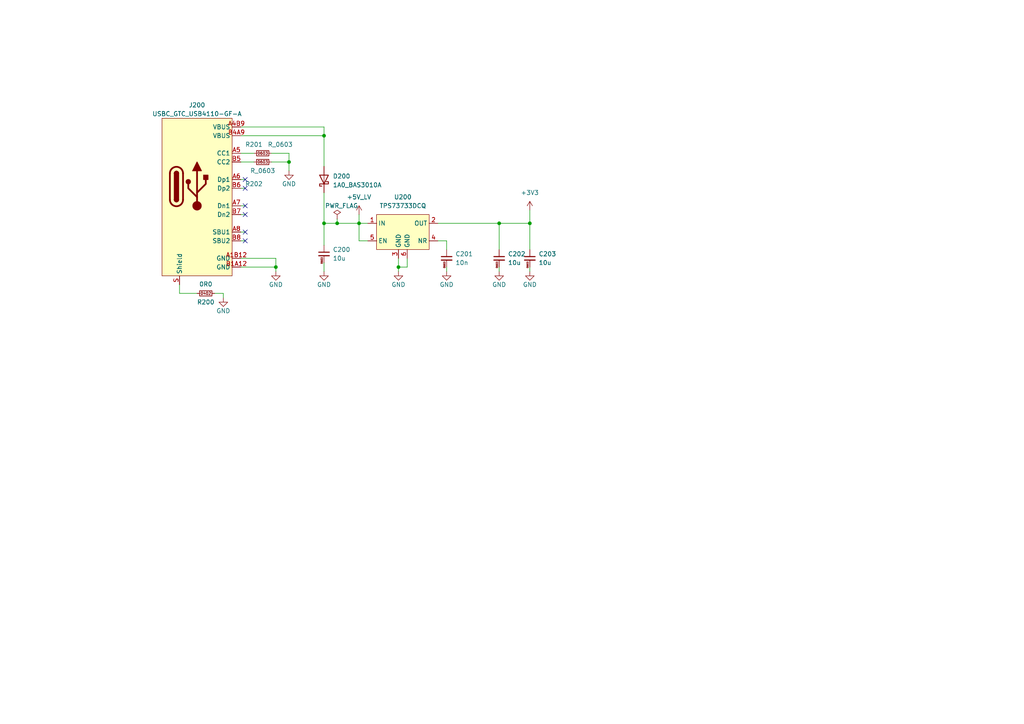
<source format=kicad_sch>
(kicad_sch (version 20230121) (generator eeschema)
  (paper "A4")
  (title_block (title "LCB-CBD-001: Dock") (date "2022-08-12") (rev "0.1") (company "PADERBORN UNIVERSITY DEPARTMENT OF POWER ELECTRONICS AND ELECTRICAL DRIVES"))
  (lib_symbols
    (symbol "LEA_SymbolLibrary:+3V3" (power) (pin_numbers hide) (pin_names (offset 0))
      (property "Value" "+3V3" (at 0 3.81 0))
      (symbol "+3V3_1_1"
        (polyline (pts (xy -0.762 1.27) (xy 0 2.54)))
        (polyline (pts (xy 0 0) (xy 0 2.54)))
        (polyline (pts (xy 0 2.54) (xy 0.762 1.27)))
        (pin power_in line (at 0 0 90) (length 0) hide (name "+3V3") (number "1"))
      )
    )
    (symbol "LEA_SymbolLibrary:+5V_LV" (power) (pin_numbers hide) (pin_names (offset 0))
      (property "Value" "+5V_LV" (at 0 5.08 0))
      (symbol "+5V_LV_1_1"
        (polyline (pts (xy -0.762 1.27) (xy 0 2.54)))
        (polyline (pts (xy 0 0) (xy 0 2.54)))
        (polyline (pts (xy 0 2.54) (xy 0.762 1.27)))
        (pin power_in line (at 0 0 90) (length 0) hide (name "+5V_LV") (number "1"))
      )
    )
    (symbol "LEA_SymbolLibrary:C_0603__10n_X7R_10P__50V" (pin_numbers hide) (pin_names (offset 0.254) hide)
      (property "Reference" "C" (at 0.762 0.508 0))
      (property "Value" "10n" (at 0.762 -1.016 0))
      (symbol "C_0603__10n_X7R_10P__50V_0_0"
        (text "0603" (at -0.635 -1.905 900) (effects (font (size 0.5 0.5))))
      )
      (symbol "C_0603__10n_X7R_10P__50V_0_1"
        (polyline (pts (xy -1.524 -0.508) (xy 1.524 -0.508)) (stroke (width 0.3302)))
        (polyline (pts (xy -1.524 0.508) (xy 1.524 0.508)) (stroke (width 0.3048)))
      )
      (symbol "C_0603__10n_X7R_10P__50V_1_1"
        (pin passive line (at 0 2.54 270) (length 2.032) (name "1") (number "1"))
        (pin passive line (at 0 -2.54 90) (length 2.032) (name "2") (number "2"))
      )
    )
    (symbol "LEA_SymbolLibrary:C_0603__10u_X5R_10P__25V" (pin_numbers hide) (pin_names (offset 0.254) hide)
      (property "Reference" "C" (at 0.762 0.508 0))
      (property "Value" "10u" (at 0.762 -1.016 0))
      (symbol "C_0603__10u_X5R_10P__25V_0_0"
        (text "0603" (at -0.635 -1.905 900) (effects (font (size 0.5 0.5))))
      )
      (symbol "C_0603__10u_X5R_10P__25V_0_1"
        (polyline (pts (xy -1.524 -0.508) (xy 1.524 -0.508)) (stroke (width 0.3302)))
        (polyline (pts (xy -1.524 0.508) (xy 1.524 0.508)) (stroke (width 0.3048)))
      )
      (symbol "C_0603__10u_X5R_10P__25V_1_1"
        (pin passive line (at 0 2.54 270) (length 2.032) (name "1") (number "1"))
        (pin passive line (at 0 -2.54 90) (length 2.032) (name "2") (number "2"))
      )
    )
    (symbol "LEA_SymbolLibrary:Conn_USBC_GTC_USB4110-GF-A"
      (property "Reference" "J" (at -1.524 24.638 0))
      (property "Value" "USBC_GTC_USB4110-GF-A" (at -11.684 5.588 90))
      (symbol "Conn_USBC_GTC_USB4110-GF-A_0_1"
        (rectangle (start 10.16 -22.86) (end -10.16 22.86) (fill (type background)))
      )
      (symbol "Conn_USBC_GTC_USB4110-GF-A_1_1"
        (arc (start -7.874 -0.762) (mid -5.969 -2.6587) (end -4.064 -0.762) (stroke (width 0.508)))
        (arc (start -6.604 -0.762) (mid -5.969 -1.3943) (end -5.334 -0.762) (stroke (width 0.254)))
        (arc (start -6.604 -0.762) (mid -5.969 -1.3943) (end -5.334 -0.762) (stroke (width 0.254)) (fill (type outline)))
        (rectangle (start -6.604 -0.762) (end -5.334 6.858) (stroke (width 0.254)) (fill (type outline)))
        (arc (start -5.334 6.858) (mid -5.969 7.4903) (end -6.604 6.858) (stroke (width 0.254)))
        (arc (start -5.334 6.858) (mid -5.969 7.4903) (end -6.604 6.858) (stroke (width 0.254)) (fill (type outline)))
        (arc (start -4.064 6.858) (mid -5.969 8.7547) (end -7.874 6.858) (stroke (width 0.508)))
        (circle (center -2.54 4.445) (radius 0.635) (stroke (width 0.254)) (fill (type outline)))
        (circle (center 0 -2.54) (radius 1.27) (fill (type outline)))
        (polyline (pts (xy -7.874 -0.762) (xy -7.874 6.858)) (stroke (width 0.508)))
        (polyline (pts (xy -4.064 6.858) (xy -4.064 -0.762)) (stroke (width 0.508)))
        (polyline (pts (xy 0 -2.54) (xy 0 7.62)) (stroke (width 0.508)))
        (polyline (pts (xy 0 0) (xy -2.54 2.54) (xy -2.54 3.81)) (stroke (width 0.508)))
        (polyline (pts (xy 0 1.27) (xy 2.54 3.81) (xy 2.54 5.08)) (stroke (width 0.508)))
        (polyline (pts (xy -1.27 7.62) (xy 0 10.16) (xy 1.27 7.62) (xy -1.27 7.62)) (stroke (width 0.254)) (fill (type outline)))
        (rectangle (start 1.905 5.08) (end 3.175 6.35) (stroke (width 0.254)) (fill (type outline)))
        (pin passive line (at 12.7 -17.78 180) (length 2.54) (name "GND") (number "A1B12"))
        (pin passive line (at 12.7 20.32 180) (length 2.54) (name "VBUS") (number "A4B9"))
        (pin passive line (at 12.7 12.7 180) (length 2.54) (name "CC1") (number "A5"))
        (pin bidirectional line (at 12.7 5.08 180) (length 2.54) (name "Dp1") (number "A6"))
        (pin bidirectional line (at 12.7 -2.54 180) (length 2.54) (name "Dn1") (number "A7"))
        (pin bidirectional line (at 12.7 -10.16 180) (length 2.54) (name "SBU1") (number "A8"))
        (pin power_out line (at 12.7 -20.32 180) (length 2.54) (name "GND") (number "B1A12"))
        (pin power_out line (at 12.7 17.78 180) (length 2.54) (name "VBUS") (number "B4A9"))
        (pin passive line (at 12.7 10.16 180) (length 2.54) (name "CC2") (number "B5"))
        (pin bidirectional line (at 12.7 2.54 180) (length 2.54) (name "Dp2") (number "B6"))
        (pin bidirectional line (at 12.7 -5.08 180) (length 2.54) (name "Dn2") (number "B7"))
        (pin bidirectional line (at 12.7 -12.7 180) (length 2.54) (name "SBU2") (number "B8"))
        (pin passive line (at -5.08 -25.4 90) (length 2.54) (name "Shield") (number "S"))
      )
    )
    (symbol "LEA_SymbolLibrary:D_SOD_1A0_BAS3010A03WE6327HTSA1" (pin_numbers hide) (pin_names (offset 1.016) hide)
      (property "Reference" "D" (at 0 2.54 0))
      (symbol "D_SOD_1A0_BAS3010A03WE6327HTSA1_1_1"
        (polyline (pts (xy 1.27 0) (xy -1.27 0)))
        (polyline (pts (xy 1.27 1.27) (xy 1.27 -1.27) (xy -1.27 0) (xy 1.27 1.27)) (stroke (width 0.254)))
        (polyline (pts (xy -1.905 0.635) (xy -1.905 1.27) (xy -1.27 1.27) (xy -1.27 -1.27) (xy -0.635 -1.27) (xy -0.635 -0.635)) (stroke (width 0.254)))
        (pin power_in line (at 3.81 0 180) (length 2.54) (name "A") (number "A"))
        (pin passive line (at -3.81 0 0) (length 2.54) (name "C") (number "C"))
      )
    )
    (symbol "LEA_SymbolLibrary:GND" (power) (pin_numbers hide) (pin_names (offset 0))
      (property "Value" "GND" (at 0 -5.08 0))
      (symbol "GND_1_1"
        (polyline (pts (xy 0 0) (xy 0 -1.27) (xy 1.27 -1.27) (xy 0 -2.54) (xy -1.27 -1.27) (xy 0 -1.27)))
        (pin power_in line (at 0 0 90) (length 0) hide (name "GND") (number "1"))
      )
    )
    (symbol "LEA_SymbolLibrary:R_0402__0R0_THICK__1P__50V" (pin_numbers hide) (pin_names (offset 0.254) hide)
      (property "Reference" "R" (at 0.762 0.508 0))
      (property "Value" "0R0" (at 0.762 -1.016 0))
      (symbol "R_0402__0R0_THICK__1P__50V_0_0"
        (text "0402" (at 0 0 900) (effects (font (size 0.8 0.8))))
      )
      (symbol "R_0402__0R0_THICK__1P__50V_0_1"
        (rectangle (start -0.762 1.778) (end 0.762 -1.778) (stroke (width 0.2032)))
      )
      (symbol "R_0402__0R0_THICK__1P__50V_1_1"
        (pin passive line (at 0 2.54 270) (length 0.762) (name "~") (number "1"))
        (pin passive line (at 0 -2.54 90) (length 0.762) (name "~") (number "2"))
      )
    )
    (symbol "LEA_SymbolLibrary:R_0603" (pin_numbers hide) (pin_names (offset 0.254) hide)
      (property "Reference" "R" (at 0.762 0.508 0))
      (property "Value" "R_0603" (at 0.762 -1.016 0))
      (symbol "R_0603_0_0"
        (text "0603" (at 0 0 900) (effects (font (size 0.8 0.8))))
      )
      (symbol "R_0603_0_1"
        (rectangle (start -0.762 1.778) (end 0.762 -1.778) (stroke (width 0.2032)))
      )
      (symbol "R_0603_1_1"
        (pin passive line (at 0 2.54 270) (length 0.762) (name "~") (number "1"))
        (pin passive line (at 0 -2.54 90) (length 0.762) (name "~") (number "2"))
      )
    )
    (symbol "LEA_SymbolLibrary:TPS73733DCQ"
      (property "Reference" "U?" (at -5.08 6.35 0))
      (property "Value" "TPS73733DCQ" (at 0 8.89 0))
      (symbol "TPS73733DCQ_0_0"
        (rectangle (start -7.62 5.08) (end 7.62 -5.08) (fill (type background)))
      )
      (symbol "TPS73733DCQ_1_1"
        (pin power_in line (at -10.16 2.54 0) (length 2.54) (name "IN") (number "1"))
        (pin power_out line (at 10.16 2.54 180) (length 2.54) (name "OUT") (number "2"))
        (pin power_in line (at -1.27 -7.62 90) (length 2.54) (name "GND") (number "3"))
        (pin output line (at 10.16 -2.54 180) (length 2.54) (name "NR") (number "4"))
        (pin input line (at -10.16 -2.54 0) (length 2.54) (name "EN") (number "5"))
        (pin power_in line (at 1.27 -7.62 90) (length 2.54) (name "GND") (number "6"))
      )
    )
    (symbol "power:PWR_FLAG" (power) (pin_numbers hide) (pin_names (offset 0) hide)
      (property "Value" "PWR_FLAG" (at 0 3.81 0))
      (symbol "PWR_FLAG_0_0"
        (pin power_out line (at 0 0 90) (length 0) (name "pwr") (number "1"))
      )
      (symbol "PWR_FLAG_0_1"
        (polyline (pts (xy 0 0) (xy 0 1.27) (xy -1.016 1.905) (xy 0 2.54) (xy 1.016 1.905) (xy 0 1.27)))
      )
    )
  )
  (junction (at 115.57 77.47))
  (junction (at 153.67 64.77))
  (junction (at 93.98 39.37))
  (junction (at 97.79 64.77))
  (junction (at 104.14 64.77))
  (junction (at 93.98 64.77))
  (junction (at 144.78 64.77))
  (junction (at 80.01 77.47))
  (junction (at 83.82 46.99))
  (no_connect (at 71.12 69.85))
  (no_connect (at 71.12 67.31))
  (no_connect (at 71.12 62.23))
  (no_connect (at 71.12 52.07))
  (no_connect (at 71.12 54.61))
  (no_connect (at 71.12 59.69))
  (wire (pts (xy 57.15 85.09) (xy 52.07 85.09)))
  (wire (pts (xy 93.98 36.83) (xy 93.98 39.37)))
  (wire (pts (xy 83.82 46.99) (xy 83.82 44.45)))
  (wire (pts (xy 93.98 71.12) (xy 93.98 64.77)))
  (wire (pts (xy 104.14 69.85) (xy 104.14 64.77)))
  (wire (pts (xy 64.77 86.36) (xy 64.77 85.09)))
  (wire (pts (xy 129.54 69.85) (xy 129.54 72.39)))
  (wire (pts (xy 93.98 64.77) (xy 97.79 64.77)))
  (wire (pts (xy 69.85 54.61) (xy 71.12 54.61)))
  (wire (pts (xy 144.78 77.47) (xy 144.78 78.74)))
  (wire (pts (xy 127 64.77) (xy 144.78 64.77)))
  (wire (pts (xy 106.68 69.85) (xy 104.14 69.85)))
  (wire (pts (xy 64.77 85.09) (xy 62.23 85.09)))
  (wire (pts (xy 97.79 64.77) (xy 104.14 64.77)))
  (wire (pts (xy 69.85 74.93) (xy 80.01 74.93)))
  (wire (pts (xy 129.54 77.47) (xy 129.54 78.74)))
  (wire (pts (xy 97.79 63.5) (xy 97.79 64.77)))
  (wire (pts (xy 153.67 64.77) (xy 153.67 72.39)))
  (wire (pts (xy 153.67 64.77) (xy 153.67 60.96)))
  (wire (pts (xy 80.01 77.47) (xy 80.01 78.74)))
  (wire (pts (xy 93.98 76.2) (xy 93.98 78.74)))
  (wire (pts (xy 69.85 39.37) (xy 93.98 39.37)))
  (wire (pts (xy 115.57 74.93) (xy 115.57 77.47)))
  (wire (pts (xy 80.01 74.93) (xy 80.01 77.47)))
  (wire (pts (xy 69.85 59.69) (xy 71.12 59.69)))
  (wire (pts (xy 69.85 67.31) (xy 71.12 67.31)))
  (wire (pts (xy 69.85 36.83) (xy 93.98 36.83)))
  (wire (pts (xy 153.67 77.47) (xy 153.67 78.74)))
  (wire (pts (xy 93.98 55.88) (xy 93.98 64.77)))
  (wire (pts (xy 69.85 44.45) (xy 73.66 44.45)))
  (wire (pts (xy 69.85 69.85) (xy 71.12 69.85)))
  (wire (pts (xy 69.85 52.07) (xy 71.12 52.07)))
  (wire (pts (xy 83.82 44.45) (xy 78.74 44.45)))
  (wire (pts (xy 144.78 64.77) (xy 144.78 72.39)))
  (wire (pts (xy 69.85 62.23) (xy 71.12 62.23)))
  (wire (pts (xy 127 69.85) (xy 129.54 69.85)))
  (wire (pts (xy 69.85 46.99) (xy 73.66 46.99)))
  (wire (pts (xy 93.98 39.37) (xy 93.98 48.26)))
  (wire (pts (xy 104.14 62.23) (xy 104.14 64.77)))
  (wire (pts (xy 78.74 46.99) (xy 83.82 46.99)))
  (wire (pts (xy 83.82 49.53) (xy 83.82 46.99)))
  (wire (pts (xy 118.11 77.47) (xy 118.11 74.93)))
  (wire (pts (xy 69.85 77.47) (xy 80.01 77.47)))
  (wire (pts (xy 115.57 77.47) (xy 115.57 78.74)))
  (wire (pts (xy 52.07 85.09) (xy 52.07 82.55)))
  (wire (pts (xy 104.14 64.77) (xy 106.68 64.77)))
  (wire (pts (xy 115.57 77.47) (xy 118.11 77.47)))
  (wire (pts (xy 144.78 64.77) (xy 153.67 64.77)))
  (symbol (lib_id "LEA_SymbolLibrary:R_0402__0R0_THICK__1P__50V") (at 59.69 85.09 270) (unit 1)
    (property "Reference" "R200" (at 59.69 87.63 90))
    (property "Value" "0R0" (at 59.69 82.423 90))
    (property "Footprint" "LEA_FootprintLibrary:R_0402" (effects hide))
    (property "Manufacturer" "Vishay" (effects hide))
    (property "manf#" "CRCW04020000Z0EDC" (effects hide))
    (property "mouser#" "71-CRCW04020000Z0EDC" (effects hide))
  )
  (symbol (lib_id "LEA_SymbolLibrary:GND") (at 64.77 86.36 0) (unit 1)
    (property "Reference" "#PWR058" (effects hide))
    (property "Value" "GND" (at 64.77 90.17 0))
  )
  (symbol (lib_id "LEA_SymbolLibrary:GND") (at 115.57 78.74 0) (unit 1)
    (property "Reference" "#PWR062" (effects hide))
    (property "Value" "GND" (at 115.57 82.55 0))
  )
  (symbol (lib_id "LEA_SymbolLibrary:C_0603__10u_X5R_10P__25V") (at 153.67 74.93 0) (unit 1)
    (property "Reference" "C203" (at 156.21 73.6662 0) (effects (justify left)))
    (property "Value" "10u" (at 156.21 76.2062 0) (effects (justify left)))
    (property "Footprint" "LEA_FootprintLibrary:C_0603" (effects hide))
    (property "Manufacturer" "Murata" (effects hide))
    (property "manf#" "GRM188R61E106KA3D" (effects hide))
    (property "mouser#" "81-GRM188R61E106KA3D" (effects hide))
  )
  (symbol (lib_id "LEA_SymbolLibrary:GND") (at 153.67 78.74 0) (unit 1)
    (property "Reference" "#PWR067" (effects hide))
    (property "Value" "GND" (at 153.67 82.55 0))
  )
  (symbol (lib_id "LEA_SymbolLibrary:R_0603") (at 76.2 46.99 90) (unit 1)
    (property "Reference" "R202" (at 73.66 53.34 90))
    (property "Value" "R_0603" (at 76.2 49.53 90))
    (property "Footprint" "LEA_FootprintLibrary:R_0603" (effects hide))
  )
  (symbol (lib_id "LEA_SymbolLibrary:Conn_USBC_GTC_USB4110-GF-A") (at 57.15 57.15 0) (unit 1)
    (property "Reference" "J200" (at 57.15 30.48 0))
    (property "Value" "USBC_GTC_USB4110-GF-A" (at 57.15 33.02 0))
    (property "Footprint" "LEA_FootprintLibrary:USB_C_GCT_USB4110-GF-A" (effects hide))
    (property "Datasheet" "https://www.mouser.de/datasheet/2/837/USB4110-2888203.pdf" (effects hide))
    (property "Manufacturer" "GTC" (effects hide))
    (property "Mouser No" "640-USB4110-GF-A" (effects hide))
    (property "Mfr. No" "USB4110-GF-A" (effects hide))
    (property "mouser#" "640-USB4110-GF-A" (effects hide))
    (property "manf#" "USB4110-GF-A" (effects hide))
  )
  (symbol (lib_id "LEA_SymbolLibrary:C_0603__10u_X5R_10P__25V") (at 93.98 73.66 0) (unit 1)
    (property "Reference" "C200" (at 96.52 72.3962 0) (effects (justify left)))
    (property "Value" "10u" (at 96.52 74.9362 0) (effects (justify left)))
    (property "Footprint" "LEA_FootprintLibrary:C_0603" (effects hide))
    (property "Manufacturer" "Murata" (effects hide))
    (property "manf#" "GRM188R61E106KA3D" (effects hide))
    (property "mouser#" "81-GRM188R61E106KA3D" (effects hide))
  )
  (symbol (lib_id "LEA_SymbolLibrary:GND") (at 129.54 78.74 0) (unit 1)
    (property "Reference" "#PWR063" (effects hide))
    (property "Value" "GND" (at 129.54 82.55 0))
  )
  (symbol (lib_id "LEA_SymbolLibrary:GND") (at 93.98 78.74 0) (unit 1)
    (property "Reference" "#PWR061" (effects hide))
    (property "Value" "GND" (at 93.98 82.55 0))
  )
  (symbol (lib_id "power:PWR_FLAG") (at 97.79 63.5 0) (unit 1)
    (property "Reference" "#FLG0101" (effects hide))
    (property "Value" "PWR_FLAG" (at 99.06 59.69 0))
  )
  (symbol (lib_id "LEA_SymbolLibrary:R_0603") (at 76.2 44.45 90) (unit 1)
    (property "Reference" "R201" (at 73.66 41.91 90))
    (property "Value" "R_0603" (at 81.28 41.91 90))
    (property "Footprint" "LEA_FootprintLibrary:R_0603" (effects hide))
  )
  (symbol (lib_id "LEA_SymbolLibrary:C_0603__10n_X7R_10P__50V") (at 129.54 74.93 0) (unit 1)
    (property "Reference" "C201" (at 132.08 73.6662 0) (effects (justify left)))
    (property "Value" "10n" (at 132.08 76.2062 0) (effects (justify left)))
    (property "Footprint" "LEA_FootprintLibrary:C_0603" (effects hide))
    (property "Manufacturer" "TDK" (effects hide))
    (property "manf#" "CGA3E2X7R1H103K" (effects hide))
    (property "mouser#" "810-CGA3E2X7R1H103K" (effects hide))
  )
  (symbol (lib_id "LEA_SymbolLibrary:GND") (at 144.78 78.74 0) (unit 1)
    (property "Reference" "#PWR065" (effects hide))
    (property "Value" "GND" (at 144.78 82.55 0))
  )
  (symbol (lib_id "LEA_SymbolLibrary:+5V_LV") (at 104.14 62.23 0) (unit 1)
    (property "Reference" "#PWR064" (effects hide))
    (property "Value" "+5V_LV" (at 104.14 57.15 0))
  )
  (symbol (lib_id "LEA_SymbolLibrary:TPS73733DCQ") (at 116.84 67.31 0) (unit 1)
    (property "Reference" "U200" (at 116.84 57.15 0))
    (property "Value" "TPS73733DCQ" (at 116.84 59.69 0))
    (property "Footprint" "LEA_FootprintLibrary:SOT-223-6_TI" (effects hide))
    (property "Datasheet" "https://www.ti.com/lit/ds/symlink/tps737.pdf" (effects hide))
    (property "Manufacturer" "TI" (effects hide))
    (property "Mouser No." "595-TPS73733DCQG4" (effects hide))
    (property "mouser#" "595-TPS73733DCQG4" (effects hide))
    (property "manf#" "TPS73733DCQG4" (effects hide))
  )
  (symbol (lib_id "LEA_SymbolLibrary:GND") (at 83.82 49.53 0) (unit 1)
    (property "Reference" "#PWR060" (effects hide))
    (property "Value" "GND" (at 83.82 53.34 0))
  )
  (symbol (lib_id "LEA_SymbolLibrary:GND") (at 80.01 78.74 0) (unit 1)
    (property "Reference" "#PWR059" (effects hide))
    (property "Value" "GND" (at 80.01 82.55 0))
  )
  (symbol (lib_id "LEA_SymbolLibrary:+3V3") (at 153.67 60.96 0) (unit 1)
    (property "Reference" "#PWR066" (effects hide))
    (property "Value" "+3V3" (at 153.67 55.88 0))
  )
  (symbol (lib_id "LEA_SymbolLibrary:C_0603__10u_X5R_10P__25V") (at 144.78 74.93 0) (unit 1)
    (property "Reference" "C202" (at 147.32 73.6662 0) (effects (justify left)))
    (property "Value" "10u" (at 147.32 76.2062 0) (effects (justify left)))
    (property "Footprint" "LEA_FootprintLibrary:C_0603" (effects hide))
    (property "Manufacturer" "Murata" (effects hide))
    (property "manf#" "GRM188R61E106KA3D" (effects hide))
    (property "mouser#" "81-GRM188R61E106KA3D" (effects hide))
  )
  (symbol (lib_id "LEA_SymbolLibrary:D_SOD_1A0_BAS3010A03WE6327HTSA1") (at 93.98 52.07 90) (unit 1)
    (property "Reference" "D200" (at 96.52 51.1174 90) (effects (justify right)))
    (property "Value" "1A0_BAS3010A" (at 96.52 53.6574 90) (effects (justify right)))
    (property "Footprint" "LEA_FootprintLibrary:SOD-323_Infineon" (effects hide))
    (property "Datasheet" "https://www.mouser.de/datasheet/2/196/Infineon-BAS3010ASERIES-DS-v01_01-en-1226012.pdf" (effects hide))
    (property "Manufacturer" "Infineon" (effects hide))
    (property "Mouser No" "726-BAS3010A-03WE6" (effects hide))
    (property "Mfr. No" "BAS3010A03WE6327HTSA1" (effects hide))
    (property "mouser#" "726-BAS3010A-03WE6" (effects hide))
    (property "manf#" "BAS3010A03WE6327HTSA1" (effects hide))
  )
)
</source>
